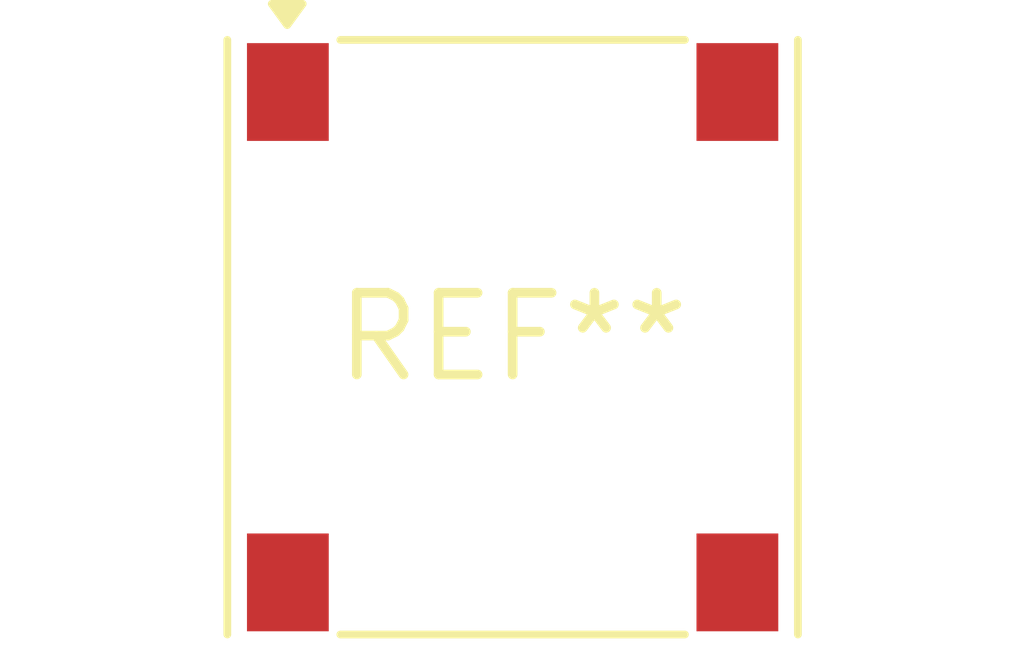
<source format=kicad_pcb>
(kicad_pcb (version 20240108) (generator pcbnew)
  (layers (0 "F.Cu" signal) (31 "B.Cu" signal) (34 "B.Paste" user) (35 "F.Paste" user) (36 "B.SilkS" user "B.Silkscreen") (37 "F.SilkS" user "F.Silkscreen") (38 "B.Mask" user) (39 "F.Mask" user) (44 "Edge.Cuts" user))
  (net 0 "")
  (footprint "Pulse_PA2007NL" (layer "F.Cu") (at 0 0)
    (property "Reference" "REF**")
    (property "Value" "Pulse_PA2007NL")
    (fp_line (start -4.43 4.62) (end -4.43 -4.62) (layer "F.SilkS") (stroke (width 0.12)))
    (fp_line (start -2.675 -4.62) (end 2.675 -4.62) (layer "F.SilkS") (stroke (width 0.12)))
    (fp_line (start -2.675 4.62) (end 2.675 4.62) (layer "F.SilkS") (stroke (width 0.12)))
    (fp_line (start 4.43 4.62) (end 4.43 -4.62) (layer "F.SilkS") (stroke (width 0.12)))
    (fp_poly (pts (xy -3.5 -4.85) (xy -3.74 -5.18) (xy -3.26 -5.18) (xy -3.5 -4.85)) (layer "F.SilkS") (stroke (width 0.12)) (fill solid))
    (pad "1" smd rect (at -3.49 -3.81) (size 1.27 1.52) (layers "F.Cu" "F.Paste" "F.Mask"))
    (pad "4" smd rect (at -3.49 3.81) (size 1.27 1.52) (layers "F.Cu" "F.Paste" "F.Mask"))
    (pad "5" smd rect (at 3.49 3.81) (size 1.27 1.52) (layers "F.Cu" "F.Paste" "F.Mask"))
    (pad "8" smd rect (at 3.49 -3.81) (size 1.27 1.52) (layers "F.Cu" "F.Paste" "F.Mask"))
  )
)
</source>
